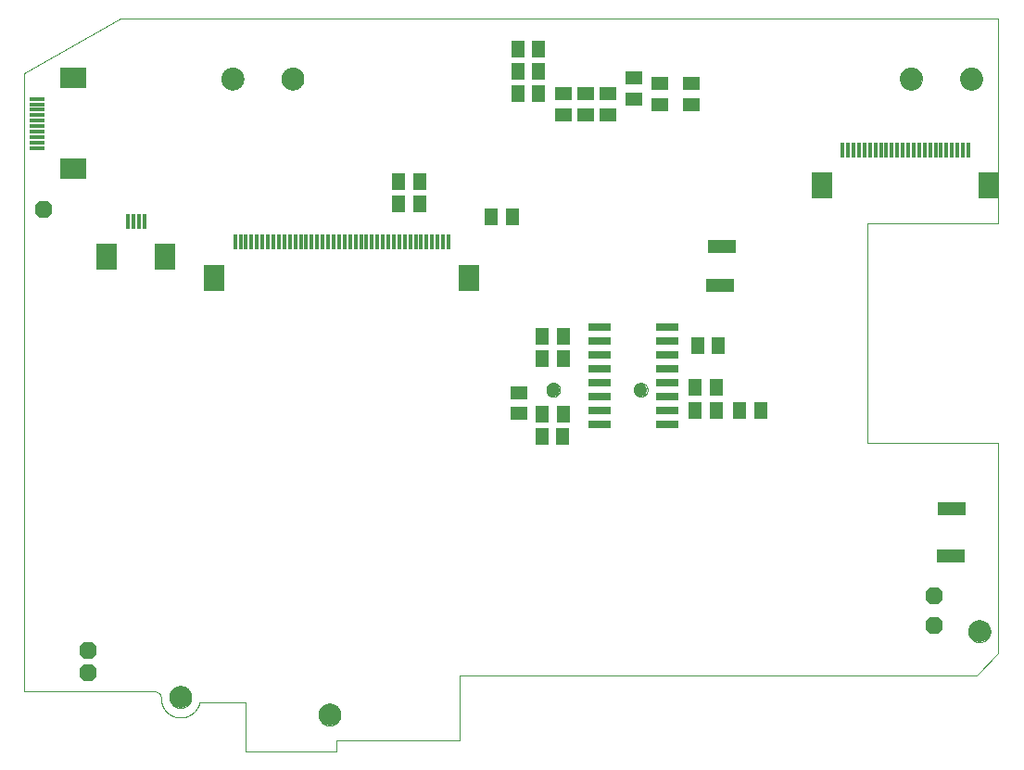
<source format=gts>
G75*
%MOIN*%
%OFA0B0*%
%FSLAX25Y25*%
%IPPOS*%
%LPD*%
%AMOC8*
5,1,8,0,0,1.08239X$1,22.5*
%
%ADD10C,0.00000*%
%ADD11C,0.07874*%
%ADD12R,0.01575X0.05512*%
%ADD13R,0.07480X0.09252*%
%ADD14R,0.05118X0.05906*%
%ADD15C,0.04921*%
%ADD16R,0.08000X0.02600*%
%ADD17R,0.05906X0.05118*%
%ADD18OC8,0.06300*%
%ADD19R,0.05512X0.01575*%
%ADD20R,0.09252X0.07480*%
%ADD21R,0.06299X0.05118*%
%ADD22R,0.05118X0.06299*%
%ADD23R,0.10000X0.05000*%
D10*
X0014319Y0022654D02*
X0060973Y0022654D01*
X0060973Y0022653D02*
X0061070Y0022654D01*
X0061168Y0022650D01*
X0061266Y0022643D01*
X0061363Y0022631D01*
X0061459Y0022616D01*
X0061555Y0022597D01*
X0061650Y0022574D01*
X0061744Y0022548D01*
X0061837Y0022517D01*
X0061929Y0022483D01*
X0062019Y0022446D01*
X0062108Y0022404D01*
X0062195Y0022360D01*
X0062280Y0022311D01*
X0062363Y0022260D01*
X0062444Y0022205D01*
X0062523Y0022147D01*
X0062599Y0022086D01*
X0062673Y0022022D01*
X0062744Y0021955D01*
X0062813Y0021885D01*
X0062878Y0021813D01*
X0062941Y0021738D01*
X0063001Y0021660D01*
X0063057Y0021581D01*
X0063111Y0021499D01*
X0063161Y0021415D01*
X0063207Y0021329D01*
X0063250Y0021241D01*
X0063290Y0021152D01*
X0063326Y0021061D01*
X0063358Y0020968D01*
X0063387Y0020875D01*
X0063412Y0020780D01*
X0063433Y0020685D01*
X0066484Y0020685D02*
X0066486Y0020810D01*
X0066492Y0020935D01*
X0066502Y0021059D01*
X0066516Y0021183D01*
X0066533Y0021307D01*
X0066555Y0021430D01*
X0066581Y0021552D01*
X0066610Y0021674D01*
X0066643Y0021794D01*
X0066681Y0021913D01*
X0066721Y0022032D01*
X0066766Y0022148D01*
X0066814Y0022263D01*
X0066866Y0022377D01*
X0066922Y0022489D01*
X0066981Y0022599D01*
X0067043Y0022707D01*
X0067109Y0022814D01*
X0067178Y0022918D01*
X0067251Y0023019D01*
X0067326Y0023119D01*
X0067405Y0023216D01*
X0067487Y0023310D01*
X0067572Y0023402D01*
X0067659Y0023491D01*
X0067750Y0023577D01*
X0067843Y0023660D01*
X0067939Y0023741D01*
X0068037Y0023818D01*
X0068137Y0023892D01*
X0068240Y0023963D01*
X0068345Y0024030D01*
X0068453Y0024095D01*
X0068562Y0024155D01*
X0068673Y0024213D01*
X0068786Y0024266D01*
X0068900Y0024316D01*
X0069016Y0024363D01*
X0069133Y0024405D01*
X0069252Y0024444D01*
X0069372Y0024480D01*
X0069493Y0024511D01*
X0069615Y0024539D01*
X0069737Y0024562D01*
X0069861Y0024582D01*
X0069985Y0024598D01*
X0070109Y0024610D01*
X0070234Y0024618D01*
X0070359Y0024622D01*
X0070483Y0024622D01*
X0070608Y0024618D01*
X0070733Y0024610D01*
X0070857Y0024598D01*
X0070981Y0024582D01*
X0071105Y0024562D01*
X0071227Y0024539D01*
X0071349Y0024511D01*
X0071470Y0024480D01*
X0071590Y0024444D01*
X0071709Y0024405D01*
X0071826Y0024363D01*
X0071942Y0024316D01*
X0072056Y0024266D01*
X0072169Y0024213D01*
X0072280Y0024155D01*
X0072390Y0024095D01*
X0072497Y0024030D01*
X0072602Y0023963D01*
X0072705Y0023892D01*
X0072805Y0023818D01*
X0072903Y0023741D01*
X0072999Y0023660D01*
X0073092Y0023577D01*
X0073183Y0023491D01*
X0073270Y0023402D01*
X0073355Y0023310D01*
X0073437Y0023216D01*
X0073516Y0023119D01*
X0073591Y0023019D01*
X0073664Y0022918D01*
X0073733Y0022814D01*
X0073799Y0022707D01*
X0073861Y0022599D01*
X0073920Y0022489D01*
X0073976Y0022377D01*
X0074028Y0022263D01*
X0074076Y0022148D01*
X0074121Y0022032D01*
X0074161Y0021913D01*
X0074199Y0021794D01*
X0074232Y0021674D01*
X0074261Y0021552D01*
X0074287Y0021430D01*
X0074309Y0021307D01*
X0074326Y0021183D01*
X0074340Y0021059D01*
X0074350Y0020935D01*
X0074356Y0020810D01*
X0074358Y0020685D01*
X0074356Y0020560D01*
X0074350Y0020435D01*
X0074340Y0020311D01*
X0074326Y0020187D01*
X0074309Y0020063D01*
X0074287Y0019940D01*
X0074261Y0019818D01*
X0074232Y0019696D01*
X0074199Y0019576D01*
X0074161Y0019457D01*
X0074121Y0019338D01*
X0074076Y0019222D01*
X0074028Y0019107D01*
X0073976Y0018993D01*
X0073920Y0018881D01*
X0073861Y0018771D01*
X0073799Y0018663D01*
X0073733Y0018556D01*
X0073664Y0018452D01*
X0073591Y0018351D01*
X0073516Y0018251D01*
X0073437Y0018154D01*
X0073355Y0018060D01*
X0073270Y0017968D01*
X0073183Y0017879D01*
X0073092Y0017793D01*
X0072999Y0017710D01*
X0072903Y0017629D01*
X0072805Y0017552D01*
X0072705Y0017478D01*
X0072602Y0017407D01*
X0072497Y0017340D01*
X0072389Y0017275D01*
X0072280Y0017215D01*
X0072169Y0017157D01*
X0072056Y0017104D01*
X0071942Y0017054D01*
X0071826Y0017007D01*
X0071709Y0016965D01*
X0071590Y0016926D01*
X0071470Y0016890D01*
X0071349Y0016859D01*
X0071227Y0016831D01*
X0071105Y0016808D01*
X0070981Y0016788D01*
X0070857Y0016772D01*
X0070733Y0016760D01*
X0070608Y0016752D01*
X0070483Y0016748D01*
X0070359Y0016748D01*
X0070234Y0016752D01*
X0070109Y0016760D01*
X0069985Y0016772D01*
X0069861Y0016788D01*
X0069737Y0016808D01*
X0069615Y0016831D01*
X0069493Y0016859D01*
X0069372Y0016890D01*
X0069252Y0016926D01*
X0069133Y0016965D01*
X0069016Y0017007D01*
X0068900Y0017054D01*
X0068786Y0017104D01*
X0068673Y0017157D01*
X0068562Y0017215D01*
X0068452Y0017275D01*
X0068345Y0017340D01*
X0068240Y0017407D01*
X0068137Y0017478D01*
X0068037Y0017552D01*
X0067939Y0017629D01*
X0067843Y0017710D01*
X0067750Y0017793D01*
X0067659Y0017879D01*
X0067572Y0017968D01*
X0067487Y0018060D01*
X0067405Y0018154D01*
X0067326Y0018251D01*
X0067251Y0018351D01*
X0067178Y0018452D01*
X0067109Y0018556D01*
X0067043Y0018663D01*
X0066981Y0018771D01*
X0066922Y0018881D01*
X0066866Y0018993D01*
X0066814Y0019107D01*
X0066766Y0019222D01*
X0066721Y0019338D01*
X0066681Y0019457D01*
X0066643Y0019576D01*
X0066610Y0019696D01*
X0066581Y0019818D01*
X0066555Y0019940D01*
X0066533Y0020063D01*
X0066516Y0020187D01*
X0066502Y0020311D01*
X0066492Y0020435D01*
X0066486Y0020560D01*
X0066484Y0020685D01*
X0063433Y0020685D02*
X0063426Y0020513D01*
X0063423Y0020340D01*
X0063424Y0020168D01*
X0063430Y0019995D01*
X0063440Y0019823D01*
X0063454Y0019651D01*
X0063472Y0019480D01*
X0063494Y0019309D01*
X0063521Y0019138D01*
X0063552Y0018969D01*
X0063587Y0018800D01*
X0063626Y0018632D01*
X0063669Y0018465D01*
X0063716Y0018299D01*
X0063767Y0018134D01*
X0063823Y0017971D01*
X0063882Y0017809D01*
X0063945Y0017648D01*
X0064012Y0017489D01*
X0064083Y0017332D01*
X0064158Y0017177D01*
X0064237Y0017023D01*
X0064319Y0016872D01*
X0064406Y0016722D01*
X0064495Y0016575D01*
X0064589Y0016430D01*
X0064685Y0016287D01*
X0064786Y0016147D01*
X0064890Y0016009D01*
X0064997Y0015874D01*
X0065107Y0015741D01*
X0065221Y0015611D01*
X0065337Y0015484D01*
X0065457Y0015360D01*
X0065580Y0015239D01*
X0065706Y0015121D01*
X0065834Y0015006D01*
X0065966Y0014894D01*
X0066100Y0014786D01*
X0066237Y0014680D01*
X0066376Y0014579D01*
X0066517Y0014480D01*
X0066662Y0014385D01*
X0066808Y0014294D01*
X0066956Y0014206D01*
X0067107Y0014122D01*
X0067260Y0014042D01*
X0067414Y0013965D01*
X0067571Y0013893D01*
X0067729Y0013824D01*
X0067889Y0013759D01*
X0068050Y0013698D01*
X0068213Y0013641D01*
X0068377Y0013588D01*
X0068542Y0013539D01*
X0068709Y0013494D01*
X0068877Y0013453D01*
X0069045Y0013416D01*
X0069215Y0013384D01*
X0069385Y0013355D01*
X0069555Y0013331D01*
X0069727Y0013311D01*
X0069899Y0013295D01*
X0070071Y0013284D01*
X0070243Y0013276D01*
X0070416Y0013273D01*
X0070588Y0013274D01*
X0070760Y0013280D01*
X0070933Y0013289D01*
X0071105Y0013303D01*
X0071276Y0013321D01*
X0071447Y0013343D01*
X0071618Y0013369D01*
X0071788Y0013400D01*
X0071957Y0013434D01*
X0072125Y0013473D01*
X0072292Y0013516D01*
X0072458Y0013563D01*
X0072622Y0013614D01*
X0072786Y0013669D01*
X0072948Y0013728D01*
X0073109Y0013791D01*
X0073268Y0013858D01*
X0073425Y0013929D01*
X0073580Y0014004D01*
X0073734Y0014082D01*
X0073886Y0014164D01*
X0074035Y0014250D01*
X0074183Y0014340D01*
X0074328Y0014433D01*
X0074471Y0014530D01*
X0074611Y0014630D01*
X0074749Y0014733D01*
X0074885Y0014840D01*
X0075017Y0014950D01*
X0075147Y0015064D01*
X0075274Y0015180D01*
X0075399Y0015300D01*
X0075520Y0015423D01*
X0075638Y0015548D01*
X0075753Y0015677D01*
X0075865Y0015808D01*
X0075974Y0015942D01*
X0076080Y0016078D01*
X0076182Y0016218D01*
X0076280Y0016359D01*
X0076375Y0016503D01*
X0076467Y0016649D01*
X0076555Y0016798D01*
X0076639Y0016948D01*
X0076719Y0017101D01*
X0076796Y0017255D01*
X0076869Y0017412D01*
X0076938Y0017570D01*
X0077003Y0017729D01*
X0077065Y0017891D01*
X0077122Y0018053D01*
X0077175Y0018217D01*
X0077224Y0018383D01*
X0077270Y0018549D01*
X0077311Y0018717D01*
X0094043Y0018717D01*
X0094043Y0001000D01*
X0126524Y0001000D01*
X0126524Y0004937D01*
X0171012Y0004937D01*
X0171012Y0028559D01*
X0356839Y0028559D01*
X0364713Y0036433D01*
X0364713Y0112220D01*
X0317469Y0112220D01*
X0317469Y0190961D01*
X0364713Y0190961D01*
X0364713Y0264780D01*
X0048768Y0264780D01*
X0014319Y0245094D01*
X0014319Y0022654D01*
X0120126Y0014346D02*
X0120128Y0014471D01*
X0120134Y0014596D01*
X0120144Y0014720D01*
X0120158Y0014844D01*
X0120175Y0014968D01*
X0120197Y0015091D01*
X0120223Y0015213D01*
X0120252Y0015335D01*
X0120285Y0015455D01*
X0120323Y0015574D01*
X0120363Y0015693D01*
X0120408Y0015809D01*
X0120456Y0015924D01*
X0120508Y0016038D01*
X0120564Y0016150D01*
X0120623Y0016260D01*
X0120685Y0016368D01*
X0120751Y0016475D01*
X0120820Y0016579D01*
X0120893Y0016680D01*
X0120968Y0016780D01*
X0121047Y0016877D01*
X0121129Y0016971D01*
X0121214Y0017063D01*
X0121301Y0017152D01*
X0121392Y0017238D01*
X0121485Y0017321D01*
X0121581Y0017402D01*
X0121679Y0017479D01*
X0121779Y0017553D01*
X0121882Y0017624D01*
X0121987Y0017691D01*
X0122095Y0017756D01*
X0122204Y0017816D01*
X0122315Y0017874D01*
X0122428Y0017927D01*
X0122542Y0017977D01*
X0122658Y0018024D01*
X0122775Y0018066D01*
X0122894Y0018105D01*
X0123014Y0018141D01*
X0123135Y0018172D01*
X0123257Y0018200D01*
X0123379Y0018223D01*
X0123503Y0018243D01*
X0123627Y0018259D01*
X0123751Y0018271D01*
X0123876Y0018279D01*
X0124001Y0018283D01*
X0124125Y0018283D01*
X0124250Y0018279D01*
X0124375Y0018271D01*
X0124499Y0018259D01*
X0124623Y0018243D01*
X0124747Y0018223D01*
X0124869Y0018200D01*
X0124991Y0018172D01*
X0125112Y0018141D01*
X0125232Y0018105D01*
X0125351Y0018066D01*
X0125468Y0018024D01*
X0125584Y0017977D01*
X0125698Y0017927D01*
X0125811Y0017874D01*
X0125922Y0017816D01*
X0126032Y0017756D01*
X0126139Y0017691D01*
X0126244Y0017624D01*
X0126347Y0017553D01*
X0126447Y0017479D01*
X0126545Y0017402D01*
X0126641Y0017321D01*
X0126734Y0017238D01*
X0126825Y0017152D01*
X0126912Y0017063D01*
X0126997Y0016971D01*
X0127079Y0016877D01*
X0127158Y0016780D01*
X0127233Y0016680D01*
X0127306Y0016579D01*
X0127375Y0016475D01*
X0127441Y0016368D01*
X0127503Y0016260D01*
X0127562Y0016150D01*
X0127618Y0016038D01*
X0127670Y0015924D01*
X0127718Y0015809D01*
X0127763Y0015693D01*
X0127803Y0015574D01*
X0127841Y0015455D01*
X0127874Y0015335D01*
X0127903Y0015213D01*
X0127929Y0015091D01*
X0127951Y0014968D01*
X0127968Y0014844D01*
X0127982Y0014720D01*
X0127992Y0014596D01*
X0127998Y0014471D01*
X0128000Y0014346D01*
X0127998Y0014221D01*
X0127992Y0014096D01*
X0127982Y0013972D01*
X0127968Y0013848D01*
X0127951Y0013724D01*
X0127929Y0013601D01*
X0127903Y0013479D01*
X0127874Y0013357D01*
X0127841Y0013237D01*
X0127803Y0013118D01*
X0127763Y0012999D01*
X0127718Y0012883D01*
X0127670Y0012768D01*
X0127618Y0012654D01*
X0127562Y0012542D01*
X0127503Y0012432D01*
X0127441Y0012324D01*
X0127375Y0012217D01*
X0127306Y0012113D01*
X0127233Y0012012D01*
X0127158Y0011912D01*
X0127079Y0011815D01*
X0126997Y0011721D01*
X0126912Y0011629D01*
X0126825Y0011540D01*
X0126734Y0011454D01*
X0126641Y0011371D01*
X0126545Y0011290D01*
X0126447Y0011213D01*
X0126347Y0011139D01*
X0126244Y0011068D01*
X0126139Y0011001D01*
X0126031Y0010936D01*
X0125922Y0010876D01*
X0125811Y0010818D01*
X0125698Y0010765D01*
X0125584Y0010715D01*
X0125468Y0010668D01*
X0125351Y0010626D01*
X0125232Y0010587D01*
X0125112Y0010551D01*
X0124991Y0010520D01*
X0124869Y0010492D01*
X0124747Y0010469D01*
X0124623Y0010449D01*
X0124499Y0010433D01*
X0124375Y0010421D01*
X0124250Y0010413D01*
X0124125Y0010409D01*
X0124001Y0010409D01*
X0123876Y0010413D01*
X0123751Y0010421D01*
X0123627Y0010433D01*
X0123503Y0010449D01*
X0123379Y0010469D01*
X0123257Y0010492D01*
X0123135Y0010520D01*
X0123014Y0010551D01*
X0122894Y0010587D01*
X0122775Y0010626D01*
X0122658Y0010668D01*
X0122542Y0010715D01*
X0122428Y0010765D01*
X0122315Y0010818D01*
X0122204Y0010876D01*
X0122094Y0010936D01*
X0121987Y0011001D01*
X0121882Y0011068D01*
X0121779Y0011139D01*
X0121679Y0011213D01*
X0121581Y0011290D01*
X0121485Y0011371D01*
X0121392Y0011454D01*
X0121301Y0011540D01*
X0121214Y0011629D01*
X0121129Y0011721D01*
X0121047Y0011815D01*
X0120968Y0011912D01*
X0120893Y0012012D01*
X0120820Y0012113D01*
X0120751Y0012217D01*
X0120685Y0012324D01*
X0120623Y0012432D01*
X0120564Y0012542D01*
X0120508Y0012654D01*
X0120456Y0012768D01*
X0120408Y0012883D01*
X0120363Y0012999D01*
X0120323Y0013118D01*
X0120285Y0013237D01*
X0120252Y0013357D01*
X0120223Y0013479D01*
X0120197Y0013601D01*
X0120175Y0013724D01*
X0120158Y0013848D01*
X0120144Y0013972D01*
X0120134Y0014096D01*
X0120128Y0014221D01*
X0120126Y0014346D01*
X0202055Y0131189D02*
X0202057Y0131288D01*
X0202063Y0131387D01*
X0202073Y0131486D01*
X0202087Y0131584D01*
X0202105Y0131681D01*
X0202127Y0131778D01*
X0202152Y0131874D01*
X0202182Y0131968D01*
X0202215Y0132062D01*
X0202252Y0132154D01*
X0202293Y0132244D01*
X0202337Y0132333D01*
X0202385Y0132419D01*
X0202436Y0132504D01*
X0202491Y0132587D01*
X0202549Y0132667D01*
X0202610Y0132745D01*
X0202674Y0132821D01*
X0202741Y0132894D01*
X0202811Y0132964D01*
X0202884Y0133031D01*
X0202960Y0133095D01*
X0203038Y0133156D01*
X0203118Y0133214D01*
X0203201Y0133269D01*
X0203285Y0133320D01*
X0203372Y0133368D01*
X0203461Y0133412D01*
X0203551Y0133453D01*
X0203643Y0133490D01*
X0203737Y0133523D01*
X0203831Y0133553D01*
X0203927Y0133578D01*
X0204024Y0133600D01*
X0204121Y0133618D01*
X0204219Y0133632D01*
X0204318Y0133642D01*
X0204417Y0133648D01*
X0204516Y0133650D01*
X0204615Y0133648D01*
X0204714Y0133642D01*
X0204813Y0133632D01*
X0204911Y0133618D01*
X0205008Y0133600D01*
X0205105Y0133578D01*
X0205201Y0133553D01*
X0205295Y0133523D01*
X0205389Y0133490D01*
X0205481Y0133453D01*
X0205571Y0133412D01*
X0205660Y0133368D01*
X0205746Y0133320D01*
X0205831Y0133269D01*
X0205914Y0133214D01*
X0205994Y0133156D01*
X0206072Y0133095D01*
X0206148Y0133031D01*
X0206221Y0132964D01*
X0206291Y0132894D01*
X0206358Y0132821D01*
X0206422Y0132745D01*
X0206483Y0132667D01*
X0206541Y0132587D01*
X0206596Y0132504D01*
X0206647Y0132420D01*
X0206695Y0132333D01*
X0206739Y0132244D01*
X0206780Y0132154D01*
X0206817Y0132062D01*
X0206850Y0131968D01*
X0206880Y0131874D01*
X0206905Y0131778D01*
X0206927Y0131681D01*
X0206945Y0131584D01*
X0206959Y0131486D01*
X0206969Y0131387D01*
X0206975Y0131288D01*
X0206977Y0131189D01*
X0206975Y0131090D01*
X0206969Y0130991D01*
X0206959Y0130892D01*
X0206945Y0130794D01*
X0206927Y0130697D01*
X0206905Y0130600D01*
X0206880Y0130504D01*
X0206850Y0130410D01*
X0206817Y0130316D01*
X0206780Y0130224D01*
X0206739Y0130134D01*
X0206695Y0130045D01*
X0206647Y0129959D01*
X0206596Y0129874D01*
X0206541Y0129791D01*
X0206483Y0129711D01*
X0206422Y0129633D01*
X0206358Y0129557D01*
X0206291Y0129484D01*
X0206221Y0129414D01*
X0206148Y0129347D01*
X0206072Y0129283D01*
X0205994Y0129222D01*
X0205914Y0129164D01*
X0205831Y0129109D01*
X0205747Y0129058D01*
X0205660Y0129010D01*
X0205571Y0128966D01*
X0205481Y0128925D01*
X0205389Y0128888D01*
X0205295Y0128855D01*
X0205201Y0128825D01*
X0205105Y0128800D01*
X0205008Y0128778D01*
X0204911Y0128760D01*
X0204813Y0128746D01*
X0204714Y0128736D01*
X0204615Y0128730D01*
X0204516Y0128728D01*
X0204417Y0128730D01*
X0204318Y0128736D01*
X0204219Y0128746D01*
X0204121Y0128760D01*
X0204024Y0128778D01*
X0203927Y0128800D01*
X0203831Y0128825D01*
X0203737Y0128855D01*
X0203643Y0128888D01*
X0203551Y0128925D01*
X0203461Y0128966D01*
X0203372Y0129010D01*
X0203286Y0129058D01*
X0203201Y0129109D01*
X0203118Y0129164D01*
X0203038Y0129222D01*
X0202960Y0129283D01*
X0202884Y0129347D01*
X0202811Y0129414D01*
X0202741Y0129484D01*
X0202674Y0129557D01*
X0202610Y0129633D01*
X0202549Y0129711D01*
X0202491Y0129791D01*
X0202436Y0129874D01*
X0202385Y0129958D01*
X0202337Y0130045D01*
X0202293Y0130134D01*
X0202252Y0130224D01*
X0202215Y0130316D01*
X0202182Y0130410D01*
X0202152Y0130504D01*
X0202127Y0130600D01*
X0202105Y0130697D01*
X0202087Y0130794D01*
X0202073Y0130892D01*
X0202063Y0130991D01*
X0202057Y0131090D01*
X0202055Y0131189D01*
X0233551Y0131189D02*
X0233553Y0131288D01*
X0233559Y0131387D01*
X0233569Y0131486D01*
X0233583Y0131584D01*
X0233601Y0131681D01*
X0233623Y0131778D01*
X0233648Y0131874D01*
X0233678Y0131968D01*
X0233711Y0132062D01*
X0233748Y0132154D01*
X0233789Y0132244D01*
X0233833Y0132333D01*
X0233881Y0132419D01*
X0233932Y0132504D01*
X0233987Y0132587D01*
X0234045Y0132667D01*
X0234106Y0132745D01*
X0234170Y0132821D01*
X0234237Y0132894D01*
X0234307Y0132964D01*
X0234380Y0133031D01*
X0234456Y0133095D01*
X0234534Y0133156D01*
X0234614Y0133214D01*
X0234697Y0133269D01*
X0234781Y0133320D01*
X0234868Y0133368D01*
X0234957Y0133412D01*
X0235047Y0133453D01*
X0235139Y0133490D01*
X0235233Y0133523D01*
X0235327Y0133553D01*
X0235423Y0133578D01*
X0235520Y0133600D01*
X0235617Y0133618D01*
X0235715Y0133632D01*
X0235814Y0133642D01*
X0235913Y0133648D01*
X0236012Y0133650D01*
X0236111Y0133648D01*
X0236210Y0133642D01*
X0236309Y0133632D01*
X0236407Y0133618D01*
X0236504Y0133600D01*
X0236601Y0133578D01*
X0236697Y0133553D01*
X0236791Y0133523D01*
X0236885Y0133490D01*
X0236977Y0133453D01*
X0237067Y0133412D01*
X0237156Y0133368D01*
X0237242Y0133320D01*
X0237327Y0133269D01*
X0237410Y0133214D01*
X0237490Y0133156D01*
X0237568Y0133095D01*
X0237644Y0133031D01*
X0237717Y0132964D01*
X0237787Y0132894D01*
X0237854Y0132821D01*
X0237918Y0132745D01*
X0237979Y0132667D01*
X0238037Y0132587D01*
X0238092Y0132504D01*
X0238143Y0132420D01*
X0238191Y0132333D01*
X0238235Y0132244D01*
X0238276Y0132154D01*
X0238313Y0132062D01*
X0238346Y0131968D01*
X0238376Y0131874D01*
X0238401Y0131778D01*
X0238423Y0131681D01*
X0238441Y0131584D01*
X0238455Y0131486D01*
X0238465Y0131387D01*
X0238471Y0131288D01*
X0238473Y0131189D01*
X0238471Y0131090D01*
X0238465Y0130991D01*
X0238455Y0130892D01*
X0238441Y0130794D01*
X0238423Y0130697D01*
X0238401Y0130600D01*
X0238376Y0130504D01*
X0238346Y0130410D01*
X0238313Y0130316D01*
X0238276Y0130224D01*
X0238235Y0130134D01*
X0238191Y0130045D01*
X0238143Y0129959D01*
X0238092Y0129874D01*
X0238037Y0129791D01*
X0237979Y0129711D01*
X0237918Y0129633D01*
X0237854Y0129557D01*
X0237787Y0129484D01*
X0237717Y0129414D01*
X0237644Y0129347D01*
X0237568Y0129283D01*
X0237490Y0129222D01*
X0237410Y0129164D01*
X0237327Y0129109D01*
X0237243Y0129058D01*
X0237156Y0129010D01*
X0237067Y0128966D01*
X0236977Y0128925D01*
X0236885Y0128888D01*
X0236791Y0128855D01*
X0236697Y0128825D01*
X0236601Y0128800D01*
X0236504Y0128778D01*
X0236407Y0128760D01*
X0236309Y0128746D01*
X0236210Y0128736D01*
X0236111Y0128730D01*
X0236012Y0128728D01*
X0235913Y0128730D01*
X0235814Y0128736D01*
X0235715Y0128746D01*
X0235617Y0128760D01*
X0235520Y0128778D01*
X0235423Y0128800D01*
X0235327Y0128825D01*
X0235233Y0128855D01*
X0235139Y0128888D01*
X0235047Y0128925D01*
X0234957Y0128966D01*
X0234868Y0129010D01*
X0234782Y0129058D01*
X0234697Y0129109D01*
X0234614Y0129164D01*
X0234534Y0129222D01*
X0234456Y0129283D01*
X0234380Y0129347D01*
X0234307Y0129414D01*
X0234237Y0129484D01*
X0234170Y0129557D01*
X0234106Y0129633D01*
X0234045Y0129711D01*
X0233987Y0129791D01*
X0233932Y0129874D01*
X0233881Y0129958D01*
X0233833Y0130045D01*
X0233789Y0130134D01*
X0233748Y0130224D01*
X0233711Y0130316D01*
X0233678Y0130410D01*
X0233648Y0130504D01*
X0233623Y0130600D01*
X0233601Y0130697D01*
X0233583Y0130794D01*
X0233569Y0130892D01*
X0233559Y0130991D01*
X0233553Y0131090D01*
X0233551Y0131189D01*
X0353886Y0044307D02*
X0353888Y0044432D01*
X0353894Y0044557D01*
X0353904Y0044681D01*
X0353918Y0044805D01*
X0353935Y0044929D01*
X0353957Y0045052D01*
X0353983Y0045174D01*
X0354012Y0045296D01*
X0354045Y0045416D01*
X0354083Y0045535D01*
X0354123Y0045654D01*
X0354168Y0045770D01*
X0354216Y0045885D01*
X0354268Y0045999D01*
X0354324Y0046111D01*
X0354383Y0046221D01*
X0354445Y0046329D01*
X0354511Y0046436D01*
X0354580Y0046540D01*
X0354653Y0046641D01*
X0354728Y0046741D01*
X0354807Y0046838D01*
X0354889Y0046932D01*
X0354974Y0047024D01*
X0355061Y0047113D01*
X0355152Y0047199D01*
X0355245Y0047282D01*
X0355341Y0047363D01*
X0355439Y0047440D01*
X0355539Y0047514D01*
X0355642Y0047585D01*
X0355747Y0047652D01*
X0355855Y0047717D01*
X0355964Y0047777D01*
X0356075Y0047835D01*
X0356188Y0047888D01*
X0356302Y0047938D01*
X0356418Y0047985D01*
X0356535Y0048027D01*
X0356654Y0048066D01*
X0356774Y0048102D01*
X0356895Y0048133D01*
X0357017Y0048161D01*
X0357139Y0048184D01*
X0357263Y0048204D01*
X0357387Y0048220D01*
X0357511Y0048232D01*
X0357636Y0048240D01*
X0357761Y0048244D01*
X0357885Y0048244D01*
X0358010Y0048240D01*
X0358135Y0048232D01*
X0358259Y0048220D01*
X0358383Y0048204D01*
X0358507Y0048184D01*
X0358629Y0048161D01*
X0358751Y0048133D01*
X0358872Y0048102D01*
X0358992Y0048066D01*
X0359111Y0048027D01*
X0359228Y0047985D01*
X0359344Y0047938D01*
X0359458Y0047888D01*
X0359571Y0047835D01*
X0359682Y0047777D01*
X0359792Y0047717D01*
X0359899Y0047652D01*
X0360004Y0047585D01*
X0360107Y0047514D01*
X0360207Y0047440D01*
X0360305Y0047363D01*
X0360401Y0047282D01*
X0360494Y0047199D01*
X0360585Y0047113D01*
X0360672Y0047024D01*
X0360757Y0046932D01*
X0360839Y0046838D01*
X0360918Y0046741D01*
X0360993Y0046641D01*
X0361066Y0046540D01*
X0361135Y0046436D01*
X0361201Y0046329D01*
X0361263Y0046221D01*
X0361322Y0046111D01*
X0361378Y0045999D01*
X0361430Y0045885D01*
X0361478Y0045770D01*
X0361523Y0045654D01*
X0361563Y0045535D01*
X0361601Y0045416D01*
X0361634Y0045296D01*
X0361663Y0045174D01*
X0361689Y0045052D01*
X0361711Y0044929D01*
X0361728Y0044805D01*
X0361742Y0044681D01*
X0361752Y0044557D01*
X0361758Y0044432D01*
X0361760Y0044307D01*
X0361758Y0044182D01*
X0361752Y0044057D01*
X0361742Y0043933D01*
X0361728Y0043809D01*
X0361711Y0043685D01*
X0361689Y0043562D01*
X0361663Y0043440D01*
X0361634Y0043318D01*
X0361601Y0043198D01*
X0361563Y0043079D01*
X0361523Y0042960D01*
X0361478Y0042844D01*
X0361430Y0042729D01*
X0361378Y0042615D01*
X0361322Y0042503D01*
X0361263Y0042393D01*
X0361201Y0042285D01*
X0361135Y0042178D01*
X0361066Y0042074D01*
X0360993Y0041973D01*
X0360918Y0041873D01*
X0360839Y0041776D01*
X0360757Y0041682D01*
X0360672Y0041590D01*
X0360585Y0041501D01*
X0360494Y0041415D01*
X0360401Y0041332D01*
X0360305Y0041251D01*
X0360207Y0041174D01*
X0360107Y0041100D01*
X0360004Y0041029D01*
X0359899Y0040962D01*
X0359791Y0040897D01*
X0359682Y0040837D01*
X0359571Y0040779D01*
X0359458Y0040726D01*
X0359344Y0040676D01*
X0359228Y0040629D01*
X0359111Y0040587D01*
X0358992Y0040548D01*
X0358872Y0040512D01*
X0358751Y0040481D01*
X0358629Y0040453D01*
X0358507Y0040430D01*
X0358383Y0040410D01*
X0358259Y0040394D01*
X0358135Y0040382D01*
X0358010Y0040374D01*
X0357885Y0040370D01*
X0357761Y0040370D01*
X0357636Y0040374D01*
X0357511Y0040382D01*
X0357387Y0040394D01*
X0357263Y0040410D01*
X0357139Y0040430D01*
X0357017Y0040453D01*
X0356895Y0040481D01*
X0356774Y0040512D01*
X0356654Y0040548D01*
X0356535Y0040587D01*
X0356418Y0040629D01*
X0356302Y0040676D01*
X0356188Y0040726D01*
X0356075Y0040779D01*
X0355964Y0040837D01*
X0355854Y0040897D01*
X0355747Y0040962D01*
X0355642Y0041029D01*
X0355539Y0041100D01*
X0355439Y0041174D01*
X0355341Y0041251D01*
X0355245Y0041332D01*
X0355152Y0041415D01*
X0355061Y0041501D01*
X0354974Y0041590D01*
X0354889Y0041682D01*
X0354807Y0041776D01*
X0354728Y0041873D01*
X0354653Y0041973D01*
X0354580Y0042074D01*
X0354511Y0042178D01*
X0354445Y0042285D01*
X0354383Y0042393D01*
X0354324Y0042503D01*
X0354268Y0042615D01*
X0354216Y0042729D01*
X0354168Y0042844D01*
X0354123Y0042960D01*
X0354083Y0043079D01*
X0354045Y0043198D01*
X0354012Y0043318D01*
X0353983Y0043440D01*
X0353957Y0043562D01*
X0353935Y0043685D01*
X0353918Y0043809D01*
X0353904Y0043933D01*
X0353894Y0044057D01*
X0353888Y0044182D01*
X0353886Y0044307D01*
X0350933Y0243126D02*
X0350935Y0243251D01*
X0350941Y0243376D01*
X0350951Y0243500D01*
X0350965Y0243624D01*
X0350982Y0243748D01*
X0351004Y0243871D01*
X0351030Y0243993D01*
X0351059Y0244115D01*
X0351092Y0244235D01*
X0351130Y0244354D01*
X0351170Y0244473D01*
X0351215Y0244589D01*
X0351263Y0244704D01*
X0351315Y0244818D01*
X0351371Y0244930D01*
X0351430Y0245040D01*
X0351492Y0245148D01*
X0351558Y0245255D01*
X0351627Y0245359D01*
X0351700Y0245460D01*
X0351775Y0245560D01*
X0351854Y0245657D01*
X0351936Y0245751D01*
X0352021Y0245843D01*
X0352108Y0245932D01*
X0352199Y0246018D01*
X0352292Y0246101D01*
X0352388Y0246182D01*
X0352486Y0246259D01*
X0352586Y0246333D01*
X0352689Y0246404D01*
X0352794Y0246471D01*
X0352902Y0246536D01*
X0353011Y0246596D01*
X0353122Y0246654D01*
X0353235Y0246707D01*
X0353349Y0246757D01*
X0353465Y0246804D01*
X0353582Y0246846D01*
X0353701Y0246885D01*
X0353821Y0246921D01*
X0353942Y0246952D01*
X0354064Y0246980D01*
X0354186Y0247003D01*
X0354310Y0247023D01*
X0354434Y0247039D01*
X0354558Y0247051D01*
X0354683Y0247059D01*
X0354808Y0247063D01*
X0354932Y0247063D01*
X0355057Y0247059D01*
X0355182Y0247051D01*
X0355306Y0247039D01*
X0355430Y0247023D01*
X0355554Y0247003D01*
X0355676Y0246980D01*
X0355798Y0246952D01*
X0355919Y0246921D01*
X0356039Y0246885D01*
X0356158Y0246846D01*
X0356275Y0246804D01*
X0356391Y0246757D01*
X0356505Y0246707D01*
X0356618Y0246654D01*
X0356729Y0246596D01*
X0356839Y0246536D01*
X0356946Y0246471D01*
X0357051Y0246404D01*
X0357154Y0246333D01*
X0357254Y0246259D01*
X0357352Y0246182D01*
X0357448Y0246101D01*
X0357541Y0246018D01*
X0357632Y0245932D01*
X0357719Y0245843D01*
X0357804Y0245751D01*
X0357886Y0245657D01*
X0357965Y0245560D01*
X0358040Y0245460D01*
X0358113Y0245359D01*
X0358182Y0245255D01*
X0358248Y0245148D01*
X0358310Y0245040D01*
X0358369Y0244930D01*
X0358425Y0244818D01*
X0358477Y0244704D01*
X0358525Y0244589D01*
X0358570Y0244473D01*
X0358610Y0244354D01*
X0358648Y0244235D01*
X0358681Y0244115D01*
X0358710Y0243993D01*
X0358736Y0243871D01*
X0358758Y0243748D01*
X0358775Y0243624D01*
X0358789Y0243500D01*
X0358799Y0243376D01*
X0358805Y0243251D01*
X0358807Y0243126D01*
X0358805Y0243001D01*
X0358799Y0242876D01*
X0358789Y0242752D01*
X0358775Y0242628D01*
X0358758Y0242504D01*
X0358736Y0242381D01*
X0358710Y0242259D01*
X0358681Y0242137D01*
X0358648Y0242017D01*
X0358610Y0241898D01*
X0358570Y0241779D01*
X0358525Y0241663D01*
X0358477Y0241548D01*
X0358425Y0241434D01*
X0358369Y0241322D01*
X0358310Y0241212D01*
X0358248Y0241104D01*
X0358182Y0240997D01*
X0358113Y0240893D01*
X0358040Y0240792D01*
X0357965Y0240692D01*
X0357886Y0240595D01*
X0357804Y0240501D01*
X0357719Y0240409D01*
X0357632Y0240320D01*
X0357541Y0240234D01*
X0357448Y0240151D01*
X0357352Y0240070D01*
X0357254Y0239993D01*
X0357154Y0239919D01*
X0357051Y0239848D01*
X0356946Y0239781D01*
X0356838Y0239716D01*
X0356729Y0239656D01*
X0356618Y0239598D01*
X0356505Y0239545D01*
X0356391Y0239495D01*
X0356275Y0239448D01*
X0356158Y0239406D01*
X0356039Y0239367D01*
X0355919Y0239331D01*
X0355798Y0239300D01*
X0355676Y0239272D01*
X0355554Y0239249D01*
X0355430Y0239229D01*
X0355306Y0239213D01*
X0355182Y0239201D01*
X0355057Y0239193D01*
X0354932Y0239189D01*
X0354808Y0239189D01*
X0354683Y0239193D01*
X0354558Y0239201D01*
X0354434Y0239213D01*
X0354310Y0239229D01*
X0354186Y0239249D01*
X0354064Y0239272D01*
X0353942Y0239300D01*
X0353821Y0239331D01*
X0353701Y0239367D01*
X0353582Y0239406D01*
X0353465Y0239448D01*
X0353349Y0239495D01*
X0353235Y0239545D01*
X0353122Y0239598D01*
X0353011Y0239656D01*
X0352901Y0239716D01*
X0352794Y0239781D01*
X0352689Y0239848D01*
X0352586Y0239919D01*
X0352486Y0239993D01*
X0352388Y0240070D01*
X0352292Y0240151D01*
X0352199Y0240234D01*
X0352108Y0240320D01*
X0352021Y0240409D01*
X0351936Y0240501D01*
X0351854Y0240595D01*
X0351775Y0240692D01*
X0351700Y0240792D01*
X0351627Y0240893D01*
X0351558Y0240997D01*
X0351492Y0241104D01*
X0351430Y0241212D01*
X0351371Y0241322D01*
X0351315Y0241434D01*
X0351263Y0241548D01*
X0351215Y0241663D01*
X0351170Y0241779D01*
X0351130Y0241898D01*
X0351092Y0242017D01*
X0351059Y0242137D01*
X0351030Y0242259D01*
X0351004Y0242381D01*
X0350982Y0242504D01*
X0350965Y0242628D01*
X0350951Y0242752D01*
X0350941Y0242876D01*
X0350935Y0243001D01*
X0350933Y0243126D01*
X0329280Y0243126D02*
X0329282Y0243251D01*
X0329288Y0243376D01*
X0329298Y0243500D01*
X0329312Y0243624D01*
X0329329Y0243748D01*
X0329351Y0243871D01*
X0329377Y0243993D01*
X0329406Y0244115D01*
X0329439Y0244235D01*
X0329477Y0244354D01*
X0329517Y0244473D01*
X0329562Y0244589D01*
X0329610Y0244704D01*
X0329662Y0244818D01*
X0329718Y0244930D01*
X0329777Y0245040D01*
X0329839Y0245148D01*
X0329905Y0245255D01*
X0329974Y0245359D01*
X0330047Y0245460D01*
X0330122Y0245560D01*
X0330201Y0245657D01*
X0330283Y0245751D01*
X0330368Y0245843D01*
X0330455Y0245932D01*
X0330546Y0246018D01*
X0330639Y0246101D01*
X0330735Y0246182D01*
X0330833Y0246259D01*
X0330933Y0246333D01*
X0331036Y0246404D01*
X0331141Y0246471D01*
X0331249Y0246536D01*
X0331358Y0246596D01*
X0331469Y0246654D01*
X0331582Y0246707D01*
X0331696Y0246757D01*
X0331812Y0246804D01*
X0331929Y0246846D01*
X0332048Y0246885D01*
X0332168Y0246921D01*
X0332289Y0246952D01*
X0332411Y0246980D01*
X0332533Y0247003D01*
X0332657Y0247023D01*
X0332781Y0247039D01*
X0332905Y0247051D01*
X0333030Y0247059D01*
X0333155Y0247063D01*
X0333279Y0247063D01*
X0333404Y0247059D01*
X0333529Y0247051D01*
X0333653Y0247039D01*
X0333777Y0247023D01*
X0333901Y0247003D01*
X0334023Y0246980D01*
X0334145Y0246952D01*
X0334266Y0246921D01*
X0334386Y0246885D01*
X0334505Y0246846D01*
X0334622Y0246804D01*
X0334738Y0246757D01*
X0334852Y0246707D01*
X0334965Y0246654D01*
X0335076Y0246596D01*
X0335186Y0246536D01*
X0335293Y0246471D01*
X0335398Y0246404D01*
X0335501Y0246333D01*
X0335601Y0246259D01*
X0335699Y0246182D01*
X0335795Y0246101D01*
X0335888Y0246018D01*
X0335979Y0245932D01*
X0336066Y0245843D01*
X0336151Y0245751D01*
X0336233Y0245657D01*
X0336312Y0245560D01*
X0336387Y0245460D01*
X0336460Y0245359D01*
X0336529Y0245255D01*
X0336595Y0245148D01*
X0336657Y0245040D01*
X0336716Y0244930D01*
X0336772Y0244818D01*
X0336824Y0244704D01*
X0336872Y0244589D01*
X0336917Y0244473D01*
X0336957Y0244354D01*
X0336995Y0244235D01*
X0337028Y0244115D01*
X0337057Y0243993D01*
X0337083Y0243871D01*
X0337105Y0243748D01*
X0337122Y0243624D01*
X0337136Y0243500D01*
X0337146Y0243376D01*
X0337152Y0243251D01*
X0337154Y0243126D01*
X0337152Y0243001D01*
X0337146Y0242876D01*
X0337136Y0242752D01*
X0337122Y0242628D01*
X0337105Y0242504D01*
X0337083Y0242381D01*
X0337057Y0242259D01*
X0337028Y0242137D01*
X0336995Y0242017D01*
X0336957Y0241898D01*
X0336917Y0241779D01*
X0336872Y0241663D01*
X0336824Y0241548D01*
X0336772Y0241434D01*
X0336716Y0241322D01*
X0336657Y0241212D01*
X0336595Y0241104D01*
X0336529Y0240997D01*
X0336460Y0240893D01*
X0336387Y0240792D01*
X0336312Y0240692D01*
X0336233Y0240595D01*
X0336151Y0240501D01*
X0336066Y0240409D01*
X0335979Y0240320D01*
X0335888Y0240234D01*
X0335795Y0240151D01*
X0335699Y0240070D01*
X0335601Y0239993D01*
X0335501Y0239919D01*
X0335398Y0239848D01*
X0335293Y0239781D01*
X0335185Y0239716D01*
X0335076Y0239656D01*
X0334965Y0239598D01*
X0334852Y0239545D01*
X0334738Y0239495D01*
X0334622Y0239448D01*
X0334505Y0239406D01*
X0334386Y0239367D01*
X0334266Y0239331D01*
X0334145Y0239300D01*
X0334023Y0239272D01*
X0333901Y0239249D01*
X0333777Y0239229D01*
X0333653Y0239213D01*
X0333529Y0239201D01*
X0333404Y0239193D01*
X0333279Y0239189D01*
X0333155Y0239189D01*
X0333030Y0239193D01*
X0332905Y0239201D01*
X0332781Y0239213D01*
X0332657Y0239229D01*
X0332533Y0239249D01*
X0332411Y0239272D01*
X0332289Y0239300D01*
X0332168Y0239331D01*
X0332048Y0239367D01*
X0331929Y0239406D01*
X0331812Y0239448D01*
X0331696Y0239495D01*
X0331582Y0239545D01*
X0331469Y0239598D01*
X0331358Y0239656D01*
X0331248Y0239716D01*
X0331141Y0239781D01*
X0331036Y0239848D01*
X0330933Y0239919D01*
X0330833Y0239993D01*
X0330735Y0240070D01*
X0330639Y0240151D01*
X0330546Y0240234D01*
X0330455Y0240320D01*
X0330368Y0240409D01*
X0330283Y0240501D01*
X0330201Y0240595D01*
X0330122Y0240692D01*
X0330047Y0240792D01*
X0329974Y0240893D01*
X0329905Y0240997D01*
X0329839Y0241104D01*
X0329777Y0241212D01*
X0329718Y0241322D01*
X0329662Y0241434D01*
X0329610Y0241548D01*
X0329562Y0241663D01*
X0329517Y0241779D01*
X0329477Y0241898D01*
X0329439Y0242017D01*
X0329406Y0242137D01*
X0329377Y0242259D01*
X0329351Y0242381D01*
X0329329Y0242504D01*
X0329312Y0242628D01*
X0329298Y0242752D01*
X0329288Y0242876D01*
X0329282Y0243001D01*
X0329280Y0243126D01*
X0106839Y0243126D02*
X0106841Y0243251D01*
X0106847Y0243376D01*
X0106857Y0243500D01*
X0106871Y0243624D01*
X0106888Y0243748D01*
X0106910Y0243871D01*
X0106936Y0243993D01*
X0106965Y0244115D01*
X0106998Y0244235D01*
X0107036Y0244354D01*
X0107076Y0244473D01*
X0107121Y0244589D01*
X0107169Y0244704D01*
X0107221Y0244818D01*
X0107277Y0244930D01*
X0107336Y0245040D01*
X0107398Y0245148D01*
X0107464Y0245255D01*
X0107533Y0245359D01*
X0107606Y0245460D01*
X0107681Y0245560D01*
X0107760Y0245657D01*
X0107842Y0245751D01*
X0107927Y0245843D01*
X0108014Y0245932D01*
X0108105Y0246018D01*
X0108198Y0246101D01*
X0108294Y0246182D01*
X0108392Y0246259D01*
X0108492Y0246333D01*
X0108595Y0246404D01*
X0108700Y0246471D01*
X0108808Y0246536D01*
X0108917Y0246596D01*
X0109028Y0246654D01*
X0109141Y0246707D01*
X0109255Y0246757D01*
X0109371Y0246804D01*
X0109488Y0246846D01*
X0109607Y0246885D01*
X0109727Y0246921D01*
X0109848Y0246952D01*
X0109970Y0246980D01*
X0110092Y0247003D01*
X0110216Y0247023D01*
X0110340Y0247039D01*
X0110464Y0247051D01*
X0110589Y0247059D01*
X0110714Y0247063D01*
X0110838Y0247063D01*
X0110963Y0247059D01*
X0111088Y0247051D01*
X0111212Y0247039D01*
X0111336Y0247023D01*
X0111460Y0247003D01*
X0111582Y0246980D01*
X0111704Y0246952D01*
X0111825Y0246921D01*
X0111945Y0246885D01*
X0112064Y0246846D01*
X0112181Y0246804D01*
X0112297Y0246757D01*
X0112411Y0246707D01*
X0112524Y0246654D01*
X0112635Y0246596D01*
X0112745Y0246536D01*
X0112852Y0246471D01*
X0112957Y0246404D01*
X0113060Y0246333D01*
X0113160Y0246259D01*
X0113258Y0246182D01*
X0113354Y0246101D01*
X0113447Y0246018D01*
X0113538Y0245932D01*
X0113625Y0245843D01*
X0113710Y0245751D01*
X0113792Y0245657D01*
X0113871Y0245560D01*
X0113946Y0245460D01*
X0114019Y0245359D01*
X0114088Y0245255D01*
X0114154Y0245148D01*
X0114216Y0245040D01*
X0114275Y0244930D01*
X0114331Y0244818D01*
X0114383Y0244704D01*
X0114431Y0244589D01*
X0114476Y0244473D01*
X0114516Y0244354D01*
X0114554Y0244235D01*
X0114587Y0244115D01*
X0114616Y0243993D01*
X0114642Y0243871D01*
X0114664Y0243748D01*
X0114681Y0243624D01*
X0114695Y0243500D01*
X0114705Y0243376D01*
X0114711Y0243251D01*
X0114713Y0243126D01*
X0114711Y0243001D01*
X0114705Y0242876D01*
X0114695Y0242752D01*
X0114681Y0242628D01*
X0114664Y0242504D01*
X0114642Y0242381D01*
X0114616Y0242259D01*
X0114587Y0242137D01*
X0114554Y0242017D01*
X0114516Y0241898D01*
X0114476Y0241779D01*
X0114431Y0241663D01*
X0114383Y0241548D01*
X0114331Y0241434D01*
X0114275Y0241322D01*
X0114216Y0241212D01*
X0114154Y0241104D01*
X0114088Y0240997D01*
X0114019Y0240893D01*
X0113946Y0240792D01*
X0113871Y0240692D01*
X0113792Y0240595D01*
X0113710Y0240501D01*
X0113625Y0240409D01*
X0113538Y0240320D01*
X0113447Y0240234D01*
X0113354Y0240151D01*
X0113258Y0240070D01*
X0113160Y0239993D01*
X0113060Y0239919D01*
X0112957Y0239848D01*
X0112852Y0239781D01*
X0112744Y0239716D01*
X0112635Y0239656D01*
X0112524Y0239598D01*
X0112411Y0239545D01*
X0112297Y0239495D01*
X0112181Y0239448D01*
X0112064Y0239406D01*
X0111945Y0239367D01*
X0111825Y0239331D01*
X0111704Y0239300D01*
X0111582Y0239272D01*
X0111460Y0239249D01*
X0111336Y0239229D01*
X0111212Y0239213D01*
X0111088Y0239201D01*
X0110963Y0239193D01*
X0110838Y0239189D01*
X0110714Y0239189D01*
X0110589Y0239193D01*
X0110464Y0239201D01*
X0110340Y0239213D01*
X0110216Y0239229D01*
X0110092Y0239249D01*
X0109970Y0239272D01*
X0109848Y0239300D01*
X0109727Y0239331D01*
X0109607Y0239367D01*
X0109488Y0239406D01*
X0109371Y0239448D01*
X0109255Y0239495D01*
X0109141Y0239545D01*
X0109028Y0239598D01*
X0108917Y0239656D01*
X0108807Y0239716D01*
X0108700Y0239781D01*
X0108595Y0239848D01*
X0108492Y0239919D01*
X0108392Y0239993D01*
X0108294Y0240070D01*
X0108198Y0240151D01*
X0108105Y0240234D01*
X0108014Y0240320D01*
X0107927Y0240409D01*
X0107842Y0240501D01*
X0107760Y0240595D01*
X0107681Y0240692D01*
X0107606Y0240792D01*
X0107533Y0240893D01*
X0107464Y0240997D01*
X0107398Y0241104D01*
X0107336Y0241212D01*
X0107277Y0241322D01*
X0107221Y0241434D01*
X0107169Y0241548D01*
X0107121Y0241663D01*
X0107076Y0241779D01*
X0107036Y0241898D01*
X0106998Y0242017D01*
X0106965Y0242137D01*
X0106936Y0242259D01*
X0106910Y0242381D01*
X0106888Y0242504D01*
X0106871Y0242628D01*
X0106857Y0242752D01*
X0106847Y0242876D01*
X0106841Y0243001D01*
X0106839Y0243126D01*
X0085185Y0243126D02*
X0085187Y0243251D01*
X0085193Y0243376D01*
X0085203Y0243500D01*
X0085217Y0243624D01*
X0085234Y0243748D01*
X0085256Y0243871D01*
X0085282Y0243993D01*
X0085311Y0244115D01*
X0085344Y0244235D01*
X0085382Y0244354D01*
X0085422Y0244473D01*
X0085467Y0244589D01*
X0085515Y0244704D01*
X0085567Y0244818D01*
X0085623Y0244930D01*
X0085682Y0245040D01*
X0085744Y0245148D01*
X0085810Y0245255D01*
X0085879Y0245359D01*
X0085952Y0245460D01*
X0086027Y0245560D01*
X0086106Y0245657D01*
X0086188Y0245751D01*
X0086273Y0245843D01*
X0086360Y0245932D01*
X0086451Y0246018D01*
X0086544Y0246101D01*
X0086640Y0246182D01*
X0086738Y0246259D01*
X0086838Y0246333D01*
X0086941Y0246404D01*
X0087046Y0246471D01*
X0087154Y0246536D01*
X0087263Y0246596D01*
X0087374Y0246654D01*
X0087487Y0246707D01*
X0087601Y0246757D01*
X0087717Y0246804D01*
X0087834Y0246846D01*
X0087953Y0246885D01*
X0088073Y0246921D01*
X0088194Y0246952D01*
X0088316Y0246980D01*
X0088438Y0247003D01*
X0088562Y0247023D01*
X0088686Y0247039D01*
X0088810Y0247051D01*
X0088935Y0247059D01*
X0089060Y0247063D01*
X0089184Y0247063D01*
X0089309Y0247059D01*
X0089434Y0247051D01*
X0089558Y0247039D01*
X0089682Y0247023D01*
X0089806Y0247003D01*
X0089928Y0246980D01*
X0090050Y0246952D01*
X0090171Y0246921D01*
X0090291Y0246885D01*
X0090410Y0246846D01*
X0090527Y0246804D01*
X0090643Y0246757D01*
X0090757Y0246707D01*
X0090870Y0246654D01*
X0090981Y0246596D01*
X0091091Y0246536D01*
X0091198Y0246471D01*
X0091303Y0246404D01*
X0091406Y0246333D01*
X0091506Y0246259D01*
X0091604Y0246182D01*
X0091700Y0246101D01*
X0091793Y0246018D01*
X0091884Y0245932D01*
X0091971Y0245843D01*
X0092056Y0245751D01*
X0092138Y0245657D01*
X0092217Y0245560D01*
X0092292Y0245460D01*
X0092365Y0245359D01*
X0092434Y0245255D01*
X0092500Y0245148D01*
X0092562Y0245040D01*
X0092621Y0244930D01*
X0092677Y0244818D01*
X0092729Y0244704D01*
X0092777Y0244589D01*
X0092822Y0244473D01*
X0092862Y0244354D01*
X0092900Y0244235D01*
X0092933Y0244115D01*
X0092962Y0243993D01*
X0092988Y0243871D01*
X0093010Y0243748D01*
X0093027Y0243624D01*
X0093041Y0243500D01*
X0093051Y0243376D01*
X0093057Y0243251D01*
X0093059Y0243126D01*
X0093057Y0243001D01*
X0093051Y0242876D01*
X0093041Y0242752D01*
X0093027Y0242628D01*
X0093010Y0242504D01*
X0092988Y0242381D01*
X0092962Y0242259D01*
X0092933Y0242137D01*
X0092900Y0242017D01*
X0092862Y0241898D01*
X0092822Y0241779D01*
X0092777Y0241663D01*
X0092729Y0241548D01*
X0092677Y0241434D01*
X0092621Y0241322D01*
X0092562Y0241212D01*
X0092500Y0241104D01*
X0092434Y0240997D01*
X0092365Y0240893D01*
X0092292Y0240792D01*
X0092217Y0240692D01*
X0092138Y0240595D01*
X0092056Y0240501D01*
X0091971Y0240409D01*
X0091884Y0240320D01*
X0091793Y0240234D01*
X0091700Y0240151D01*
X0091604Y0240070D01*
X0091506Y0239993D01*
X0091406Y0239919D01*
X0091303Y0239848D01*
X0091198Y0239781D01*
X0091090Y0239716D01*
X0090981Y0239656D01*
X0090870Y0239598D01*
X0090757Y0239545D01*
X0090643Y0239495D01*
X0090527Y0239448D01*
X0090410Y0239406D01*
X0090291Y0239367D01*
X0090171Y0239331D01*
X0090050Y0239300D01*
X0089928Y0239272D01*
X0089806Y0239249D01*
X0089682Y0239229D01*
X0089558Y0239213D01*
X0089434Y0239201D01*
X0089309Y0239193D01*
X0089184Y0239189D01*
X0089060Y0239189D01*
X0088935Y0239193D01*
X0088810Y0239201D01*
X0088686Y0239213D01*
X0088562Y0239229D01*
X0088438Y0239249D01*
X0088316Y0239272D01*
X0088194Y0239300D01*
X0088073Y0239331D01*
X0087953Y0239367D01*
X0087834Y0239406D01*
X0087717Y0239448D01*
X0087601Y0239495D01*
X0087487Y0239545D01*
X0087374Y0239598D01*
X0087263Y0239656D01*
X0087153Y0239716D01*
X0087046Y0239781D01*
X0086941Y0239848D01*
X0086838Y0239919D01*
X0086738Y0239993D01*
X0086640Y0240070D01*
X0086544Y0240151D01*
X0086451Y0240234D01*
X0086360Y0240320D01*
X0086273Y0240409D01*
X0086188Y0240501D01*
X0086106Y0240595D01*
X0086027Y0240692D01*
X0085952Y0240792D01*
X0085879Y0240893D01*
X0085810Y0240997D01*
X0085744Y0241104D01*
X0085682Y0241212D01*
X0085623Y0241322D01*
X0085567Y0241434D01*
X0085515Y0241548D01*
X0085467Y0241663D01*
X0085422Y0241779D01*
X0085382Y0241898D01*
X0085344Y0242017D01*
X0085311Y0242137D01*
X0085282Y0242259D01*
X0085256Y0242381D01*
X0085234Y0242504D01*
X0085217Y0242628D01*
X0085203Y0242752D01*
X0085193Y0242876D01*
X0085187Y0243001D01*
X0085185Y0243126D01*
D11*
X0089122Y0243126D03*
X0110776Y0243126D03*
X0333217Y0243126D03*
X0354870Y0243126D03*
X0357823Y0044307D03*
X0124063Y0014346D03*
X0070421Y0020685D03*
D12*
X0090106Y0184268D03*
X0092075Y0184268D03*
X0094043Y0184268D03*
X0096012Y0184268D03*
X0097980Y0184268D03*
X0099949Y0184268D03*
X0101917Y0184268D03*
X0103886Y0184268D03*
X0105854Y0184268D03*
X0107823Y0184268D03*
X0109791Y0184268D03*
X0111760Y0184268D03*
X0113728Y0184268D03*
X0115697Y0184268D03*
X0117665Y0184268D03*
X0119634Y0184268D03*
X0121602Y0184268D03*
X0123571Y0184268D03*
X0125539Y0184268D03*
X0127508Y0184268D03*
X0129476Y0184268D03*
X0131445Y0184268D03*
X0133413Y0184268D03*
X0135382Y0184268D03*
X0137350Y0184268D03*
X0139319Y0184268D03*
X0141288Y0184268D03*
X0143256Y0184268D03*
X0145225Y0184268D03*
X0147193Y0184268D03*
X0149162Y0184268D03*
X0151130Y0184268D03*
X0153099Y0184268D03*
X0155067Y0184268D03*
X0157036Y0184268D03*
X0159004Y0184268D03*
X0160973Y0184268D03*
X0162941Y0184268D03*
X0164910Y0184268D03*
X0166878Y0184268D03*
X0057429Y0191748D03*
X0055461Y0191748D03*
X0053492Y0191748D03*
X0051524Y0191748D03*
X0308610Y0217535D03*
X0310579Y0217535D03*
X0312547Y0217535D03*
X0314516Y0217535D03*
X0316484Y0217535D03*
X0318453Y0217535D03*
X0320421Y0217535D03*
X0322390Y0217535D03*
X0324358Y0217535D03*
X0326327Y0217535D03*
X0328295Y0217535D03*
X0330264Y0217535D03*
X0332232Y0217535D03*
X0334201Y0217535D03*
X0336169Y0217535D03*
X0338138Y0217535D03*
X0340106Y0217535D03*
X0342075Y0217535D03*
X0344043Y0217535D03*
X0346012Y0217535D03*
X0347980Y0217535D03*
X0349949Y0217535D03*
X0351917Y0217535D03*
X0353886Y0217535D03*
D13*
X0361366Y0204740D03*
X0301130Y0204740D03*
X0174358Y0171472D03*
X0082626Y0171472D03*
X0064910Y0178953D03*
X0043925Y0178953D03*
D14*
X0149015Y0198050D03*
X0156495Y0198050D03*
X0156495Y0206165D03*
X0149015Y0206165D03*
X0182370Y0193435D03*
X0189850Y0193435D03*
X0200665Y0150346D03*
X0208146Y0150346D03*
X0208146Y0142382D03*
X0200665Y0142382D03*
X0200579Y0122295D03*
X0208059Y0122295D03*
X0208012Y0114299D03*
X0200532Y0114299D03*
X0255618Y0123772D03*
X0263099Y0123772D03*
X0263138Y0131906D03*
X0255658Y0131906D03*
X0271642Y0123673D03*
X0279122Y0123673D03*
X0264000Y0147114D03*
X0256520Y0147114D03*
D15*
X0236012Y0131189D03*
X0204516Y0131189D03*
D16*
X0221258Y0133642D03*
X0221258Y0138642D03*
X0221258Y0143642D03*
X0221258Y0148642D03*
X0221258Y0153642D03*
X0245458Y0153642D03*
X0245458Y0148642D03*
X0245458Y0143642D03*
X0245458Y0138642D03*
X0245458Y0133642D03*
X0245458Y0128642D03*
X0245458Y0123642D03*
X0245458Y0118642D03*
X0221258Y0118642D03*
X0221258Y0123642D03*
X0221258Y0128642D03*
D17*
X0192209Y0130173D03*
X0192209Y0122693D03*
D18*
X0341445Y0056906D03*
X0341681Y0046472D03*
X0037232Y0037260D03*
X0037232Y0029425D03*
X0021327Y0195921D03*
D19*
X0019043Y0218126D03*
X0019043Y0220094D03*
X0019043Y0222063D03*
X0019043Y0224031D03*
X0019043Y0226000D03*
X0019043Y0227969D03*
X0019043Y0229937D03*
X0019043Y0231906D03*
X0019043Y0233874D03*
X0019043Y0235843D03*
D20*
X0031839Y0243323D03*
X0031839Y0210646D03*
D21*
X0208217Y0230134D03*
X0216287Y0230134D03*
X0224358Y0230134D03*
X0233610Y0235843D03*
X0224358Y0237614D03*
X0216287Y0237614D03*
X0208217Y0237614D03*
X0233610Y0243323D03*
X0242862Y0241354D03*
X0242862Y0233874D03*
X0254083Y0233874D03*
X0254083Y0241354D03*
D22*
X0199358Y0237614D03*
X0191878Y0237614D03*
X0191878Y0245685D03*
X0199358Y0245685D03*
X0199358Y0253756D03*
X0191878Y0253756D03*
D23*
X0265106Y0182890D03*
X0264713Y0168717D03*
X0347784Y0088402D03*
X0347390Y0071472D03*
M02*

</source>
